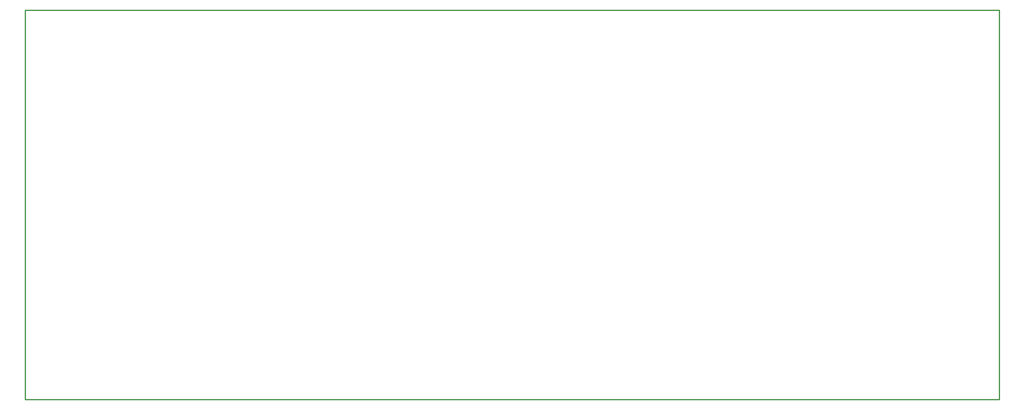
<source format=gm1>
%FSLAX24Y24*%
%MOIN*%
G70*
G01*
G75*
%ADD10C,0.0130*%
%ADD11R,0.0620X0.0200*%
%ADD12R,0.0200X0.0620*%
%ADD13R,0.1575X0.0984*%
%ADD14R,0.0500X0.0600*%
%ADD15R,0.0600X0.0700*%
%ADD16R,0.0320X0.0950*%
%ADD17R,0.0400X0.0400*%
%ADD18R,0.0400X0.0550*%
%ADD19R,0.0600X0.0500*%
%ADD20R,0.0320X0.0900*%
%ADD21R,0.1311X0.1047*%
%ADD22R,0.0300X0.0900*%
%ADD23R,0.0300X0.0300*%
%ADD24R,0.1000X0.1500*%
%ADD25R,0.0900X0.0300*%
%ADD26R,0.0900X0.0500*%
%ADD27R,0.1000X0.0340*%
%ADD28R,0.0500X0.0340*%
%ADD29C,0.0500*%
%ADD30C,0.0200*%
%ADD31C,0.0250*%
%ADD32C,0.0400*%
%ADD33C,0.0120*%
%ADD34C,0.0300*%
%ADD35C,0.0150*%
%ADD36C,0.0600*%
%ADD37C,0.0800*%
%ADD38C,0.0300*%
%ADD39R,0.1000X0.6600*%
%ADD40C,0.0620*%
%ADD41R,0.0700X0.0700*%
%ADD42C,0.0750*%
%ADD43C,0.0700*%
%ADD44O,0.1000X0.0800*%
%ADD45C,0.0100*%
%ADD46C,0.1100*%
%ADD47C,0.0500*%
%ADD48C,0.0400*%
%ADD49C,0.0420*%
%ADD50C,0.0600*%
%ADD51C,0.0800*%
%ADD52R,0.1000X0.3500*%
%ADD53C,0.0100*%
%ADD54C,0.0079*%
%ADD55C,0.0050*%
%ADD56C,0.0080*%
%ADD57C,0.0098*%
%ADD58C,0.0090*%
%ADD59R,0.0700X0.0280*%
%ADD60R,0.0280X0.0700*%
%ADD61R,0.1655X0.1064*%
%ADD62R,0.0580X0.0680*%
%ADD63R,0.0680X0.0780*%
%ADD64R,0.0400X0.1030*%
%ADD65R,0.0480X0.0480*%
%ADD66R,0.0480X0.0630*%
%ADD67R,0.0680X0.0580*%
%ADD68R,0.0400X0.0980*%
%ADD69R,0.1391X0.1127*%
%ADD70R,0.0380X0.0980*%
%ADD71R,0.0380X0.0380*%
%ADD72R,0.1080X0.1580*%
%ADD73R,0.0980X0.0380*%
%ADD74R,0.0980X0.0580*%
%ADD75R,0.1080X0.0420*%
%ADD76R,0.0580X0.0420*%
%ADD77R,0.0780X0.0780*%
%ADD78C,0.0830*%
%ADD79C,0.0780*%
%ADD80O,0.1080X0.0880*%
%ADD81C,0.0180*%
%ADD82C,0.1180*%
%ADD83C,0.0580*%
%ADD84C,0.0480*%
%ADD85C,0.0680*%
%ADD86C,0.0880*%
D53*
X-40000Y32000D02*
X40000D01*
Y0D02*
Y32000D01*
X-40000Y0D02*
X40000D01*
X-40000D02*
Y32000D01*
M02*

</source>
